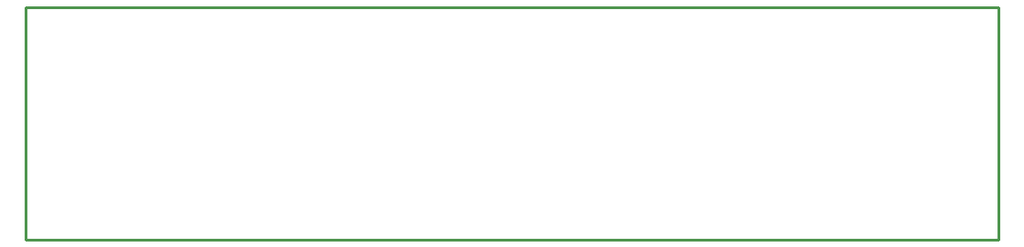
<source format=gko>
%FSLAX23Y23*%
%MOIN*%
G70*
G01*
G75*
G04 Layer_Color=16711935*
%ADD10R,0.043X0.067*%
%ADD11R,0.039X0.059*%
%ADD12R,0.059X0.039*%
%ADD13R,0.067X0.043*%
%ADD14R,0.055X0.118*%
%ADD15R,0.118X0.055*%
%ADD16C,0.025*%
%ADD17C,0.010*%
%ADD18R,0.059X0.059*%
%ADD19C,0.059*%
%ADD20O,0.079X0.039*%
%ADD21O,0.079X0.039*%
%ADD22R,0.059X0.059*%
%ADD23C,0.138*%
%ADD24C,0.050*%
%ADD25C,0.010*%
%ADD26C,0.008*%
%ADD27C,0.008*%
%ADD28C,0.005*%
%ADD29C,0.006*%
%ADD30R,0.075X0.031*%
%ADD31R,0.051X0.075*%
%ADD32R,0.047X0.067*%
%ADD33R,0.067X0.047*%
%ADD34R,0.075X0.051*%
%ADD35R,0.063X0.126*%
%ADD36R,0.126X0.063*%
%ADD37R,0.067X0.067*%
%ADD38C,0.067*%
%ADD39O,0.087X0.047*%
%ADD40O,0.087X0.047*%
%ADD41R,0.067X0.067*%
%ADD42C,0.146*%
D17*
X25Y0D02*
X3575D01*
Y850D01*
X25D02*
X3575D01*
X25Y0D02*
Y850D01*
M02*

</source>
